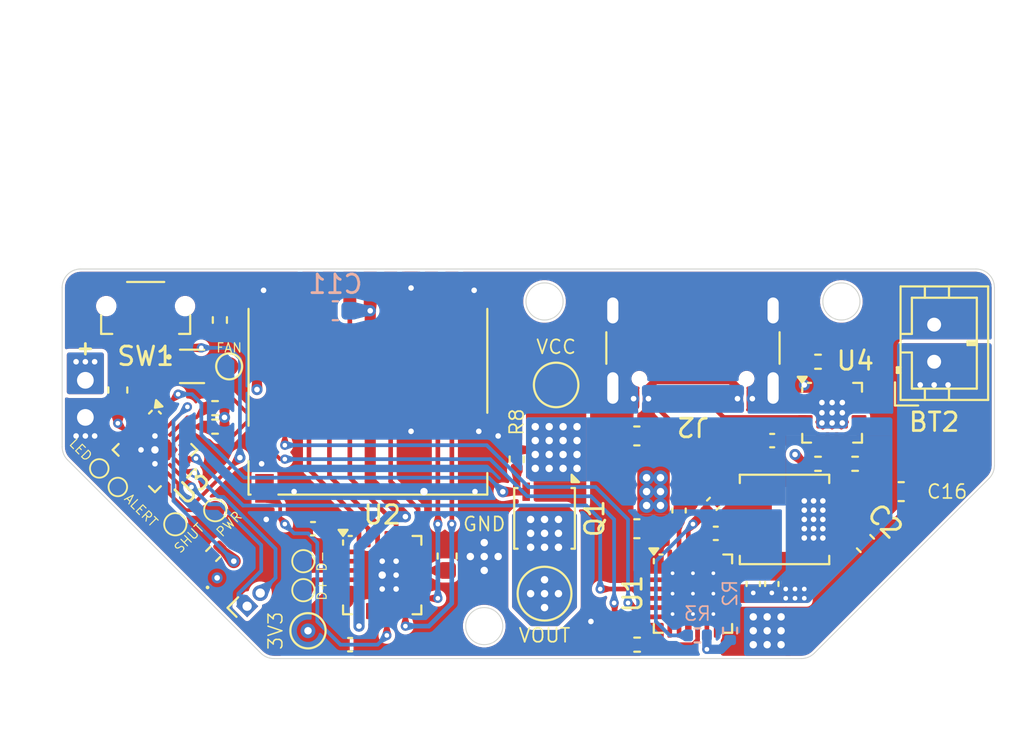
<source format=kicad_pcb>
(kicad_pcb (version 20241229) (generator "pcbnew") (generator_version "9.0")
  (layers (0 "F.Cu" signal) (4 "In1.Cu" signal) (6 "In2.Cu" signal) (2 "B.Cu" signal) (13 "F.Paste" user) (15 "B.Paste" user) (5 "F.SilkS" user "F.Silkscreen") (7 "B.SilkS" user "B.Silkscreen") (1 "F.Mask" user) (3 "B.Mask" user) (25 "Edge.Cuts" user))
  (net 0 "")
  (net 1 "GND")
  (net 2 "/BATT")
  (net 3 "VBUS")
  (net 4 "Net-(C3-Pad1)")
  (net 5 "Net-(U1-BTST)")
  (net 6 "Net-(U1-REGN)")
  (net 7 "VCC")
  (net 8 "Net-(U1-PMID)")
  (net 9 "Net-(U2-VDD)")
  (net 10 "+3.3V")
  (net 11 "SD_VCC")
  (net 12 "Net-(U2-SDREG)")
  (net 13 "SD_CLK")
  (net 14 "SD_D1")
  (net 15 "SD_D0")
  (net 16 "SD_CMD")
  (net 17 "SD_D2")
  (net 18 "SD_D3")
  (net 19 "Net-(U1-ILIM)")
  (net 20 "Net-(U1-TS)")
  (net 21 "SCL")
  (net 22 "SDA")
  (net 23 "SDA_2")
  (net 24 "SCL_2")
  (net 25 "D+")
  (net 26 "D-")
  (net 27 "/BQ_STAT")
  (net 34 "unconnected-(U3-PA4-Pad5)")
  (net 35 "/ALERT")
  (net 36 "/PA0")
  (net 38 "/Wii_POWER")
  (net 39 "/Wii_SHUTDOWN")
  (net 40 "FAN_PWM")
  (net 43 "/PowerButton")
  (net 44 "/LED")
  (net 45 "Net-(Q1-G)")
  (net 46 "CC2")
  (net 47 "CC1")
  (net 48 "Net-(U4-~{DEBUG})")
  (net 49 "VDD")
  (net 51 "Net-(U4-GATE)")
  (net 56 "Net-(U4-SDA)")
  (net 59 "SD_DECT")
  (net 60 "Net-(Q2-D)")
  (net 65 "Net-(U4-VDD)")
  (footprint "Capacitor_SMD:C_0603_1608Metric" (layer "F.Cu") (at 117 47.525 90)
    (property "Reference" "C13" (hide yes))
    (property "Value" "0.1uF")
  )
  (footprint "Stormbreaker:TestPoint_Pad_D1.0mm_Small" (layer "F.Cu") (at 127 58.3125 45)
    (property "Reference" "TP1" (hide yes))
    (property "Value" "D+")
  )
  (footprint "Capacitor_SMD:C_0402_1005Metric" (layer "F.Cu") (at 151.25 57.98 90)
    (property "Reference" "C5" (hide yes))
    (property "Value" "10uF")
  )
  (footprint "Package_DFN_QFN:Texas_RTW_WQFN-24-1EP_4x4mm_P0.5mm_EP2.7x2.7mm_ThermalVias" (layer "F.Cu") (at 148 58.5)
    (property "Reference" "U1")
    (property "Value" "BQ25895RTW")
  )
  (footprint "Resistor_SMD:R_0402_1005Metric" (layer "F.Cu") (at 122.24 49.5)
    (property "Reference" "R9" (hide yes))
    (property "Value" "10k")
  )
  (footprint "Package_DFN_QFN:VQFN-20-1EP_3x3mm_P0.4mm_EP1.7x1.7mm" (layer "F.Cu") (at 119 50.75 -45)
    (property "Reference" "U3")
    (property "Value" "ATtiny1616-M")
  )
  (footprint "Capacitor_SMD:C_0402_1005Metric" (layer "F.Cu") (at 149.089411 53.660589 -135)
    (property "Reference" "C4" (hide yes))
    (property "Value" "4.7uF")
  )
  (footprint "Stormbreaker:TestPoint_Pad_D1.0mm_Small" (layer "F.Cu") (at 120.097545 54.759607 45)
    (property "Reference" "TP7" (hide yes))
    (property "Value" "SHUT")
  )
  (footprint "Capacitor_SMD:C_0402_1005Metric" (layer "F.Cu") (at 129.52 61.25)
    (property "Reference" "C9" (hide yes))
    (property "Value" "4.7μF" (hide yes))
  )
  (footprint "Stormbreaker:TestPoint_Pad_D1.0mm_Small" (layer "F.Cu") (at 126.999293 56.75 45)
    (property "Reference" "TP2" (hide yes))
    (property "Value" "D-")
  )
  (footprint "Resistor_SMD:R_0402_1005Metric" (layer "F.Cu") (at 122.24 48.5)
    (property "Reference" "R10" (hide yes))
    (property "Value" "10k")
  )
  (footprint "Capacitor_SMD:C_0402_1005Metric" (layer "F.Cu") (at 147.25 54.02 -90)
    (property "Reference" "C7" (hide yes))
    (property "Value" "22uF")
  )
  (footprint "Stormbreaker:TestPoint_Pad_D0.75mm_Small" (layer "F.Cu") (at 117 52.75 45)
    (property "Reference" "TP11" (hide yes))
    (property "Value" "ALERT")
  )
  (footprint "Button_Switch_SMD:SW_Push_1P1T-MP_NO_Horizontal_Alps_SKRTLAE010" (layer "F.Cu") (at 118.5 43 180)
    (property "Reference" "SW1")
    (property "Value" "SW_Push")
  )
  (footprint "Resistor_SMD:R_0402_1005Metric" (layer "F.Cu") (at 144.99 61.25)
    (property "Reference" "R1" (hide yes))
    (property "Value" "260")
  )
  (footprint "Package_DFN_QFN:HVQFN-24-1EP_4x4mm_P0.5mm_EP2.5x2.5mm" (layer "F.Cu") (at 131.25 57.5)
    (property "Reference" "U2")
    (property "Value" "~")
  )
  (footprint "Capacitor_SMD:C_0402_1005Metric" (layer "F.Cu") (at 152.25 57.98 90)
    (property "Reference" "C6" (hide yes))
    (property "Value" "10uF")
  )
  (footprint "Capacitor_SMD:C_0603_1608Metric" (layer "F.Cu") (at 157.298008 55.798008 135)
    (property "Reference" "C2")
    (property "Value" "10uF")
  )
  (footprint "Stormbreaker:UPDI Pads" (layer "F.Cu") (at 123.250707 56.750707 45)
    (property "Reference" "J3" (hide yes))
    (property "Value" "PROG" (hide yes))
  )
  (footprint "Connector_USB:USB_C_Receptacle_GCT_USB4105-xx-A_16P_TopMnt_Horizontal" (layer "F.Cu") (at 148 44.31 180)
    (property "Reference" "J2")
    (property "Value" "USB_C_Receptacle_USB2.0_14P")
  )
  (footprint "Capacitor_SMD:C_0603_1608Metric" (layer "F.Cu") (at 144.975 55 180)
    (property "Reference" "C1" (hide yes))
    (property "Value" "10uF")
  )
  (footprint "Connector_JST:JST_PH_B2B-PH-K_1x02_P2.00mm_Vertical" (layer "F.Cu") (at 161 46 90)
    (property "Reference" "BT2")
    (property "Value" "Battery_Cell")
  )
  (footprint "Stormbreaker:TestPoint_Pad_D1.0mm_Small" (layer "F.Cu") (at 122.25 54 45)
    (property "Reference" "TP6" (hide yes))
    (property "Value" "PWR")
  )
  (footprint "TestPoint:TestPoint_Pad_D1.0mm" (layer "F.Cu") (at 123 46.25 180)
    (property "Reference" "TP4" (hide yes))
    (property "Value" "FAN")
  )
  (footprint "Package_TO_SOT_SMD:SOT-523" (layer "F.Cu") (at 121 46.25)
    (property "Reference" "Q2" (hide yes))
    (property "Value" "NMOS")
  )
  (footprint "Package_SO:Vishay_PowerPAK_1212-8_Single" (layer "F.Cu") (at 140 54.4425 -90)
    (property "Reference" "Q1")
    (property "Value" "PMOS")
  )
  (footprint "Capacitor_SMD:C_0603_1608Metric" (layer "F.Cu") (at 144.975 50 180)
    (property "Reference" "C14" (hide yes))
    (property "Value" "10uF")
  )
  (footprint "Connector_Card:microSD_HC_Hirose_DM3D-SF" (layer "F.Cu") (at 130.48 47.375 180)
    (property "Reference" "J1" (hide yes))
    (property "Value" "Micro_SD_Card_Det2")
  )
  (footprint "Resistor_SMD:R_0402_1005Metric" (layer "F.Cu") (at 156.74 51.5 180)
    (property "Reference" "R12" (hide yes))
    (property "Value" "6.04k")
  )
  (footprint "Resistor_SMD:R_0402_1005Metric" (layer "F.Cu") (at 154.74 46)
    (property "Reference" "R11" (hide yes))
    (property "Value" "10k")
  )
  (footprint "Connector_PinSocket_1.00mm:PinSocket_1x02_P1.00mm_Vertical" (layer "F.Cu") (at 123.96967 59.176777 135)
    (property "Reference" "J5" (hide yes))
    (property "Value" "I2C" (hide yes))
  )
  (footprint "Capacitor_SMD:C_0603_1608Metric" (layer "F.Cu") (at 134.75 56.475 90)
    (property "Reference" "C12" (hide yes))
    (property "Value" "1μF")
  )
  (footprint "Capacitor_SMD:C_0402_1005Metric" (layer "F.Cu") (at 152.27 50.25)
    (property "Reference" "C15" (hide yes))
    (property "Value" "1μF")
  )
  (footprint "Resistor_SMD:R_0402_1005Metric" (layer "F.Cu") (at 122.139376 56.360624 -135)
    (property "Reference" "R7" (hide yes))
    (property "Value" "1k")
  )
  (footprint "Stormbreaker:TestPoint_Pad_D0.75mm_Small" (layer "F.Cu") (at 116 51.75 -135)
    (property "Reference" "TP10" (hide yes))
    (property "Value" "LED")
  )
  (footprint "Connector_PinSocket_1.27mm:PinSocket_1x02_P1.27mm_Vertical" (layer "F.Cu") (at 115.25 48)
    (property "Reference" "BT1" (hide yes))
    (property "Value" "Battery_Cell")
  )
  (footprint "Resistor_SMD:R_0402_1005Metric" (layer "F.Cu") (at 154.74 51.501)
    (property "Reference" "R6" (hide yes))
    (property "Value" "900k")
  )
  (footprint "Capacitor_SMD:C_0603_1608Metric" (layer "F.Cu") (at 159.225 53 180)
    (property "Reference" "C16")
    (property "Value" "10uF")
  )
  (footprint "TestPoint:TestPoint_Pad_D2.5mm" (layer "F.Cu") (at 140 58.5)
    (property "Reference" "TP5" (hide yes))
    (property "Value" "VOUT")
  )
  (footprint "Resistor_SMD:R_0402_1005Metric" (layer "F.Cu") (at 138.5 51.26 90)
    (property "Reference" "R8")
    (property "Value" "100k")
  )
  (footprint "TestPoint:TestPoint_Pad_D1.5mm" (layer "F.Cu") (at 127.25 60.5 -90)
    (property "Reference" "TP3" (hide yes))
    (property "Value" "3V3")
  )
  (footprint "Resistor_SMD:R_0402_1005Metric" (layer "F.Cu") (at 122.5 43.75 -90)
    (property "Reference" "R5" (hide yes))
    (property "Value" "1k")
  )
  (footprint "Capacitor_SMD:C_0402_1005Metric" (layer "F.Cu") (at 127.52 55 180)
    (property "Reference" "C8" (hide yes))
    (property "Value" "1μF")
  )
  (footprint "Package_DFN_QFN:QFN-16-1EP_3x3mm_P0.5mm_EP1.7x1.7mm_ThermalVias" (layer "F.Cu") (at 155.5 48.75)
    (property "Reference" "U4")
    (property "Value" "HUSB238A")
  )
  (footprint "Inductor_SMD:L_Coilcraft_XAL4040-XXX" (layer "F.Cu") (at 152.935 54.5)
    (property "Reference" "L1" (hide yes))
    (property "Value" "3.3uH")
  )
  (footprint "TestPoint:TestPoint_Pad_D2.0mm" (layer "F.Cu") (at 140.625 47.25 180)
    (property "Reference" "TP8" (hide yes))
    (property "Value" "VCC")
  )
  (footprint "Capacitor_SMD:C_0402_1005Metric" (layer "F.Cu") (at 149.23 55.25 180)
    (property "Reference" "C3" (hide yes))
    (property "Value" "47nF")
  )
  (footprint "Capacitor_SMD:C_0603_1608Metric" (layer "B.Cu") (at 128.725 43.25 180)
    (property "Reference" "C11")
    (property "Value" "4.7μF")
  )
  (footprint "Resistor_SMD:R_0402_1005Metric" (layer "B.Cu") (at 150 60.49 -90)
    (property "Reference" "R2")
    (property "Value" "30.1k")
  )
  (footprint "Resistor_SMD:R_0402_1005Metric" (layer "B.Cu") (at 148.24 60.75 180)
    (property "Reference" "R3")
    (property "Value" "5.23k")
  )
  (gr_line (start 125.414214 62) (end 153.835786 62) (stroke (width 0.05)) (layer "Edge.Cuts"))
  (gr_arc (start 125.414214 62) (mid 125.031528 61.923884) (end 124.707107 61.707107) (stroke (width 0.05)) (layer "Edge.Cuts"))
  (gr_circle (center 136.75 60.25) (end 137.75 60.25) (stroke (width 0.05)) (fill no) (layer "Edge.Cuts"))
  (gr_arc (start 163.25 41) (mid 163.957107 41.292893) (end 164.25 42) (stroke (width 0.05)) (layer "Edge.Cuts"))
  (gr_arc (start 154.542893 61.707107) (mid 154.21847 61.92388) (end 153.835786 62) (stroke (width 0.05)) (layer "Edge.Cuts"))
  (gr_line (start 154.542893 61.707107) (end 163.957107 52.292893) (stroke (width 0.05)) (layer "Edge.Cuts"))
  (gr_circle (center 140 42.75) (end 141 42.75) (stroke (width 0.05)) (fill no) (layer "Edge.Cuts"))
  (gr_circle (center 156 42.75) (end 157 42.75) (stroke (width 0.05)) (fill no) (layer "Edge.Cuts"))
  (gr_line (start 163.25 41) (end 115 41) (stroke (width 0.05)) (layer "Edge.Cuts"))
  (gr_line (start 114 42) (end 114 50.585786) (stroke (width 0.05)) (layer "Edge.Cuts"))
  (gr_arc (start 114 42) (mid 114.292893 41.292893) (end 115 41) (stroke (width 0.05)) (layer "Edge.Cuts"))
  (gr_line (start 114.292893 51.292893) (end 124.707107 61.707107) (stroke (width 0.05)) (layer "Edge.Cuts"))
  (gr_line (start 164.25 51.585786) (end 164.25 42) (stroke (width 0.05)) (layer "Edge.Cuts"))
  (gr_arc (start 114.292893 51.292893) (mid 114.076125 50.968469) (end 114 50.585786) (stroke (width 0.05)) (layer "Edge.Cuts"))
  (gr_arc (start 164.25 51.585786) (mid 164.17388 51.968469) (end 163.957107 52.292893) (stroke (width 0.05)) (layer "Edge.Cuts"))
  (gr_text "GND" (at 136.75 54.75 0) (layer "F.SilkS") (effects (font (size 0.75 0.75) (thickness 0.09375))))
  (gr_text "+" (at 115.25 45.25 0) (layer "F.SilkS") (effects (font (size 0.75 0.75) (thickness 0.15) (bold yes))))
  (via (at 136.25 53) (size 0.6) (drill 0.3) (layers "F.Cu" "B.Cu") (net 1))
  (via (at 151.2 47.99) (size 0.6) (drill 0.3) (layers "F.Cu" "B.Cu") (net 1))
  (via (at 114.75 50) (size 0.6) (drill 0.3) (layers "F.Cu" "B.Cu") (net 1))
  (via (at 137.5 50) (size 0.6) (drill 0.3) (layers "F.Cu" "B.Cu") (net 1))
  (via (at 131.25 58.25) (size 0.6) (drill 0.3) (layers "F.Cu" "B.Cu") (net 1))
  (via (at 132.805 49.75) (size 0.6) (drill 0.3) (layers "F.Cu" "B.Cu") (net 1))
  (via (at 131.25 57.5) (size 0.8) (drill 0.4) (layers "F.Cu" "B.Cu") (net 1))
  (via (at 133.5 53) (size 0.8) (drill 0.4) (layers "F.Cu" "B.Cu") (net 1))
  (via (at 136.75 57.25) (size 0.8) (drill 0.4) (layers "F.Cu" "B.Cu") (net 1))
  (via (at 132.805 42.025) (size 0.6) (drill 0.3) (layers "F.Cu" "B.Cu") (net 1))
  (via (at 119 51.5) (size 0.6) (drill 0.3) (layers "F.Cu" "B.Cu") (net 1))
  (via (at 124.855 42.15) (size 0.6) (drill 0.3) (layers "F.Cu" "B.Cu") (net 1))
  (via (at 115.75 50) (size 0.6) (drill 0.3) (layers "F.Cu" "B.Cu") (net 1))
  (via (at 119 50) (size 0.6) (drill 0.3) (layers "F.Cu" "B.Cu") (net 1))
  (via (at 118.25 50.75) (size 0.6) (drill 0.3) (layers "F.Cu" "B.Cu") (net 1))
  (via (at 131.25 56.75) (size 0.6) (drill 0.3) (layers "F.Cu" "B.Cu") (net 1))
  (via (at 144.8 47.99) (size 0.6) (drill 0.3) (layers "F.Cu" "B.Cu") (net 1))
  (via (at 132 58.25) (size 0.6) (drill 0.3) (layers "F.Cu" "B.Cu") (net 1))
  (via (at 136.75 55.75) (size 0.8) (drill 0.4) (layers "F.Cu" "B.Cu") (net 1))
  (via (at 125 54.5) (size 0.6) (drill 0.3) (layers "F.Cu" "B.Cu") (net 1))
  (via (at 119 50.75) (size 0.8) (drill 0.4) (layers "F.Cu" "B.Cu") (net 1))
  (via (at 136.75 56.5) (size 0.8) (drill 0.4) (layers "F.Cu" "B.Cu") (net 1))
  (via (at 124.75 51.5) (size 0.6) (drill 0.3) (layers "F.Cu" "B.Cu") (net 1))
  (via (at 136.205 42.15) (size 0.6) (drill 0.3) (layers "F.Cu" "B.Cu") (net 1))
  (via (at 137.5 56.5) (size 0.8) (drill 0.4) (layers "F.Cu" "B.Cu") (net 1))
  (via (at 136 56.5) (size 0.8) (drill 0.4) (layers "F.Cu" "B.Cu") (net 1))
  (via (at 132 57.5) (size 0.6) (drill 0.3) (layers "F.Cu" "B.Cu") (net 1))
  (via (at 136.455 49.75) (size 0.6) (drill 0.3) (layers "F.Cu" "B.Cu") (net 1))
  (via (at 132 56.75) (size 0.6) (drill 0.3) (layers "F.Cu" "B.Cu") (net 1))
  (via (at 126.5 53) (size 0.6) (drill 0.3) (layers "F.Cu" "B.Cu") (net 1))
  (via (at 142.5 60) (size 0.6) (drill 0.3) (layers "F.Cu" "B.Cu") (net 1))
  (via (at 115.25 50) (size 0.6) (drill 0.3) (layers "F.Cu" "B.Cu") (net 1))
  (via (at 161 47.25) (size 0.6) (drill 0.3) (layers "F.Cu" "B.Cu") (net 2))
  (via (at 151.25 60.5) (size 0.8) (drill 0.4) (layers "F.Cu" "B.Cu") (net 2))
  (via (at 152.75 60.5) (size 0.8) (drill 0.4) (layers "F.Cu" "B.Cu") (net 2))
  (via (at 152 60.5) (size 0.8) (drill 0.4) (layers "F.Cu" "B.Cu") (net 2))
  (via (at 115.75 46) (size 0.6) (drill 0.3) (layers "F.Cu" "B.Cu") (net 2))
  (via (at 160.25 47.25) (size 0.6) (drill 0.3) (layers "F.Cu" "B.Cu") (net 2))
  (via (at 152.75 59.75) (size 0.8) (drill 0.4) (layers "F.Cu" "B.Cu") (net 2))
  (via (at 161.75 47.25) (size 0.6) (drill 0.3) (layers "F.Cu" "B.Cu") (net 2))
  (via (at 152 61.25) (size 0.8) (drill 0.4) (layers "F.Cu" "B.Cu") (net 2))
  (via (at 114.75 46) (size 0.6) (drill 0.3) (layers "F.Cu" "B.Cu") (net 2))
  (via (at 152 59.75) (size 0.8) (drill 0.4) (layers "F.Cu" "B.Cu") (net 2))
  (via (at 151.25 61.25) (size 0.8) (drill 0.4) (layers "F.Cu" "B.Cu") (net 2))
  (via (at 115.25 46) (size 0.6) (drill 0.3) (layers "F.Cu" "B.Cu") (net 2))
  (via (at 152.75 61.25) (size 0.8) (drill 0.4) (layers "F.Cu" "B.Cu") (net 2))
  (via (at 151.25 59.75) (size 0.8) (drill 0.4) (layers "F.Cu" "B.Cu") (net 2))
  (segment (start 145.6 47.99) (end 145.6 47.389756) (width 0.4) (layer "F.Cu") (net 3))
  (segment (start 154 46.23) (end 154 47.25) (width 0.5) (layer "F.Cu") (net 3))
  (segment (start 153.5 51) (end 154.001 51.501) (width 0.4) (layer "F.Cu") (net 3))
  (segment (start 154.23 46) (end 154 46.23) (width 0.5) (layer "F.Cu") (net 3))
  (segment (start 154.001 51.501) (end 154.23 51.501) (width 0.4) (layer "F.Cu") (net 3))
  (segment (start 150.4 47.389756) (end 150.4 47.99) (width 0.4) (layer "F.Cu") (net 3))
  (segment (start 145.975756 47.014) (end 150.024244 47.014) (width 0.4) (layer "F.Cu") (net 3))
  (segment (start 145.6 47.389756) (end 145.975756 47.014) (width 0.4) (layer "F.Cu") (net 3))
  (segment (start 150.024244 47.014) (end 150.4 47.389756) (width 0.4) (layer "F.Cu") (net 3))
  (via (at 150.4 47.99) (size 0.6) (drill 0.3) (layers "F.Cu" "B.Cu") (net 3))
  (via (at 145.6 47.99) (size 0.6) (drill 0.3) (layers "F.Cu" "B.Cu") (net 3))
  (via (at 146.25 52.25) (size 0.8) (drill 0.4) (layers "F.Cu" "B.Cu") (net 3))
  (via (at 145.5 53.75) (size 0.8) (drill 0.4) (layers "F.Cu" "B.Cu") (net 3))
  (via (at 146.25 53) (size 0.8) (drill 0.4) (layers "F.Cu" "B.Cu") (net 3))
  (via (at 145.5 52.25) (size 0.8) (drill 0.4) (layers "F.Cu" "B.Cu") (net 3))
  (via (at 145.5 53) (size 0.8) (drill 0.4) (layers "F.Cu" "B.Cu") (net 3))
  (via (at 146.25 53.75) (size 0.8) (drill 0.4) (layers "F.Cu" "B.Cu") (net 3))
  (via (at 154 47.25) (size 0.6) (drill 0.3) (layers "F.Cu" "B.Cu") (net 3))
  (via (at 153.5 51) (size 0.6) (drill 0.3) (layers "F.Cu" "B.Cu") (net 3))
  (segment (start 148.25 55.75) (end 148.25 56.5375) (width 0.25) (layer "F.Cu") (net 5))
  (segment (start 148.75 55.25) (end 148.25 55.75) (width 0.25) (layer "F.Cu") (net 5))
  (segment (start 147.75 55) (end 147.75 56.5375) (width 0.25) (layer "F.Cu") (net 6))
  (segment (start 148 54.75) (end 147.75 55) (width 0.25) (layer "F.Cu") (net 6))
  (segment (start 148 54.75) (end 148.75 54) (width 0.5) (layer "F.Cu") (net 6))
  (via (at 148 54.75) (size 0.5) (drill 0.25) (layers "F.Cu" "B.Cu") (net 6))
  (segment (start 146.75 60.75) (end 147.73 60.75) (width 0.2) (layer "B.Cu") (net 6))
  (segment (start 146 60) (end 146.75 60.75) (width 0.2) (layer "B.Cu") (net 6))
  (segment (start 148 54.75) (end 146 56.75) (width 0.2) (layer "B.Cu") (net 6))
  (segment (start 146 56.75) (end 146 60) (width 0.2) (layer "B.Cu") (net 6))
  (segment (start 122.5 44.26) (end 122.51 44.26) (width 0.2) (layer "F.Cu") (net 7))
  (segment (start 117 48.3) (end 117 49.315686) (width 0.5) (layer "F.Cu") (net 7))
  (segment (start 122.75 48.5) (end 122.75 49.5) (width 0.5) (layer "F.Cu") (net 7))
  (segment (start 122.5 44.26) (end 123.51 44.26) (width 0.5) (layer "F.Cu") (net 7))
  (segment (start 124.5 47.5) (end 124.5 45.25) (width 0.5) (layer "F.Cu") (net 7))
  (segment (start 138.5 50.75) (end 139.25 50.75) (width 0.4) (layer "F.Cu") (net 7))
  (segment (start 139.25 50.75) (end 139.5 51) (width 0.4) (layer "F.Cu") (net 7))
  (segment (start 123.51 44.26) (end 124.5 45.25) (width 0.5) (layer "F.Cu") (net 7))
  (segment (start 117 49.315686) (end 117.691852 50.007538) (width 0.2) (layer "F.Cu") (net 7))
  (via (at 155 54.5) (size 0.6) (drill 0.3) (layers "F.Cu" "B.Cu") (net 7))
  (via (at 141.75 50.25) (size 0.8) (drill 0.4) (layers "F.Cu" "B.Cu") (net 7))
  (via (at 154.5 53.5) (size 0.6) (drill 0.3) (layers "F.Cu" "B.Cu") (net 7))
  (via (at 153 58.25) (size 0.5) (drill 0.25) (layers "F.Cu" "B.Cu") (net 7))
  (via (at 139.5 50.25) (size 0.8) (drill 0.4) (layers "F.Cu" "B.Cu") (net 7))
  (via (at 155 55.5) (size 0.6) (drill 0.3) (layers "F.Cu" "B.Cu") (net 7))
  (via (at 141 50.25) (size 0.8) (drill 0.4) (layers "F.Cu" "B.Cu") (net 7))
  (via (at 139.5 51) (size 0.8) (drill 0.4) (layers "F.Cu" "B.Cu") (net 7))
  (via (at 154 54.5) (size 0.6) (drill 0.3) (layers "F.Cu" "B.Cu") (net 7))
  (via (at 153.5 58.75) (size 0.5) (drill 0.25) (layers "F.Cu" "B.Cu") (net 7))
  (via (at 155 54) (size 0.6) (drill 0.3) (layers "F.Cu" "B.Cu") (net 7))
  (via (at 154 58.75) (size 0.5) (drill 0.25) (layers "F.Cu" "B.Cu") (net 7))
  (via (at 141.75 51.75) (size 0.8) (drill 0.4) (layers "F.Cu" "B.Cu") (net 7))
  (via (at 124.5 47.5) (size 0.6) (drill 0.3) (layers "F.Cu" "B.Cu") (net 7))
  (via (at 153.5 58.25) (size 0.5) (drill 0.25) (layers "F.Cu" "B.Cu") (net 7))
  (via (at 140.25 50.25) (size 0.8) (drill 0.4) (layers "F.Cu" "B.Cu") (net 7))
  (via (at 153 58.75) (size 0.5) (drill 0.25) (layers "F.Cu" "B.Cu") (net 7))
  (via (at 140.25 51.75) (size 0.8) (drill 0.4) (layers "F.Cu" "B.Cu") (net 7))
  (via (at 154.5 55) (size 0.6) (drill 0.3) (layers "F.Cu" "B.Cu") (net 7))
  (via (at 141 51.75) (size 0.8) (drill 0.4) (layers "F.Cu" "B.Cu") (net 7))
  (via (at 117 49.315686) (size 0.5) (drill 0.25) (layers "F.Cu" "B.Cu") (net 7))
  (via (at 141 51) (size 0.8) (drill 0.4) (layers "F.Cu" "B.Cu") (net 7))
  (via (at 154 58.25) (size 0.5) (drill 0.25) (layers "F.Cu" "B.Cu") (net 7))
  (via (at 154.5 55.5) (size 0.6) (drill 0.3) (layers "F.Cu" "B.Cu") (net 7))
  (via (at 155 55) (size 0.6) (drill 0.3) (layers "F.Cu" "B.Cu") (net 7))
  (via (at 122.75 49) (size 0.6) (drill 0.3) (layers "F.Cu" "B.Cu") (net 7))
  (via (at 141.75 51) (size 0.8) (drill 0.4) (layers "F.Cu" "B.Cu") (net 7))
  (via (at 154 54) (size 0.6) (drill 0.3) (layers "F.Cu" "B.Cu") (net 7))
  (via (at 152.25 58.46) (size 0.5) (drill 0.25) (layers "F.Cu" "B.Cu") (net 7))
  (via (at 140.25 51) (size 0.8) (drill 0.4) (layers "F.Cu" "B.Cu") (net 7))
  (via (at 139.5 49.5) (size 0.8) (drill 0.4) (layers "F.Cu" "B.Cu") (net 7))
  (via (at 154.5 54) (size 0.6) (drill 0.3) (layers "F.Cu" "B.Cu") (net 7))
  (via (at 151.25 58.46) (size 0.5) (drill 0.25) (layers "F.Cu" "B.Cu") (net 7))
  (via (at 154 53.5) (size 0.6) (drill 0.3) (layers "F.Cu" "B.Cu") (net 7))
  (via (at 154.5 54.5) (size 0.6) (drill 0.3) (layers "F.Cu" "B.Cu") (net 7))
  (via (at 140.25 49.5) (size 0.8) (drill 0.4) (layers "F.Cu" "B.Cu") (net 7))
  (via (at 141.75 49.5) (size 0.8) (drill 0.4) (layers "F.Cu" "B.Cu") (net 7))
  (via (at 139.5 51.75) (size 0.8) (drill 0.4) (layers "F.Cu" "B.Cu") (net 7))
  (via (at 141 49.5) (size 0.8) (drill 0.4) (layers "F.Cu" "B.Cu") (net 7))
  (via (at 155 53.5) (size 0.6) (drill 0.3) (layers "F.Cu" "B.Cu") (net 7))
  (via (at 154 55.5) (size 0.6) (drill 0.3) (layers "F.Cu" "B.Cu") (net 7))
  (via (at 154 55) (size 0.6) (drill 0.3) (layers "F.Cu" "B.Cu") (net 7))
  (via (at 122.352681 57.648733) (size 0.6) (drill 0.3) (layers "F.Cu" "B.Cu") (net 7))
  (segment (start 147.25 54.5) (end 147.25 56.5375) (width 0.25) (layer "F.Cu") (net 8))
  (segment (start 128.55 55) (end 128 55) (width 0.2) (layer "F.Cu") (net 9))
  (segment (start 129.3125 56.25) (end 129.3125 55.7625) (width 0.2) (layer "F.Cu") (net 9))
  (segment (start 129.3125 55.7625) (end 128.55 55) (width 0.2) (layer "F.Cu") (net 9))
  (via (at 127.25 60.5) (size 0.8) (drill 0.4) (layers "F.Cu" "B.Cu") (net 10))
  (segment (start 130.605 43.25) (end 130.605 52.455) (width 0.6) (layer "F.Cu") (net 11))
  (segment (start 130.605 52.455) (end 132.5 54.35) (width 0.6) (layer "F.Cu") (net 11))
  (segment (start 130.605 42.025) (end 130.605 43.25) (width 0.6) (layer "F.Cu") (net 11))
  (segment (start 130 59.4375) (end 130 60.25) (width 0.25) (layer "F.Cu") (net 11))
  (via (at 130.605 43.25) (size 0.6) (drill 0.3) (layers "F.Cu" "B.Cu") (net 11))
  (via (at 130 60.25) (size 0.6) (drill 0.3) (layers "F.Cu" "B.Cu") (net 11))
  (via (at 132.5 54.35) (size 0.6) (drill 0.3) (layers "F.Cu" "B.Cu") (net 11))
  (segment (start 130 60.25) (end 130 56) (width 0.6) (layer "B.Cu") (net 11))
  (segment (start 130 56) (end 131.65 54.35) (width 0.6) (layer "B.Cu") (net 11))
  (segment (start 131.65 54.35) (end 132.5 54.35) (width 0.6) (layer "B.Cu") (net 11))
  (segment (start 129.5 43.25) (end 130.605 43.25) (width 0.6) (layer "B.Cu") (net 11))
  (segment (start 133.1875 57.25) (end 134.75 57.25) (width 0.25) (layer "F.Cu") (net 12))
  (segment (start 131.705 52.455) (end 133.1875 53.9375) (width 0.25) (layer "F.Cu") (net 13))
  (segment (start 131.705 42.025) (end 131.705 52.455) (width 0.25) (layer "F.Cu") (net 13))
  (segment (start 133.1875 53.9375) (end 133.1875 56.25) (width 0.25) (layer "F.Cu") (net 13))
  (segment (start 132.5 59.4375) (end 132.5 60.25) (width 0.25) (layer "F.Cu") (net 14))
  (segment (start 135 54.5) (end 135 54.75) (width 0.2) (layer "F.Cu") (net 14))
  (segment (start 135.005 42.025) (end 135.005 54.495) (width 0.25) (layer "F.Cu") (net 14))
  (segment (start 135.005 54.495) (end 135 54.5) (width 0.2) (layer "F.Cu") (net 14))
  (via (at 132.5 60.25) (size 0.5) (drill 0.25) (layers "F.Cu" "B.Cu") (net 14))
  (via (at 135 54.75) (size 0.5) (drill 0.25) (layers "F.Cu" "B.Cu") (net 14))
  (segment (start 133.764616 60.25) (end 132.5 60.25) (width 0.25) (layer "B.Cu") (net 14))
  (segment (start 135 59.014616) (end 133.764616 60.25) (width 0.25) (layer "B.Cu") (net 14))
  (segment (start 135 54.75) (end 135 59.014616) (width 0.25) (layer "B.Cu") (net 14))
  (segment (start 134.25 49.845) (end 133.905 49.5) (width 0.25) (layer "F.Cu") (net 15))
  (segment (start 133.1875 58.75) (end 134.25 58.75) (width 0.25) (layer "F.Cu") (net 15))
  (segment (start 133.905 49.5) (end 133.905 42.025) (width 0.25) (layer "F.Cu") (net 15))
  (segment (start 134.25 54.75) (end 134.25 49.845) (width 0.25) (layer "F.Cu") (net 15))
  (via (at 134.25 58.75) (size 0.5) (drill 0.25) (layers "F.Cu" "B.Cu") (net 15))
  (via (at 134.25 54.75) (size 0.5) (drill 0.25) (layers "F.Cu" "B.Cu") (net 15))
  (segment (start 134.25 54.75) (end 134.25 58.75) (width 0.25) (layer "B.Cu") (net 15))
  (segment (start 129.505 42.025) (end 129.505 52.255) (width 0.25) (layer "F.Cu") (net 16))
  (segment (start 129.505 52.255) (end 132 54.75) (width 0.25) (layer "F.Cu") (net 16))
  (segment (start 132 54.75) (end 132 55.5625) (width 0.25) (layer "F.Cu") (net 16))
  (segment (start 127.305 42.025) (end 127.305 51.805) (width 0.25) (layer "F.Cu") (net 17))
  (segment (start 130.5 55) (end 127.305 51.805) (width 0.25) (layer "F.Cu") (net 17))
  (segment (start 130.5 55.5625) (end 130.5 55) (width 0.25) (layer "F.Cu") (net 17))
  (segment (start 128.405 42.025) (end 128.405 52.155) (width 0.25) (layer "F.Cu") (net 18))
  (segment (start 131 55.5625) (end 131 54.75) (width 0.25) (layer "F.Cu") (net 18))
  (segment (start 131 54.75) (end 128.405 52.155) (width 0.25) (layer "F.Cu") (net 18))
  (segment (start 148.25 61) (end 148 61.25) (width 0.25) (layer "F.Cu") (net 19))
  (segment (start 148 61.25) (end 145.5 61.25) (width 0.25) (layer "F.Cu") (net 19))
  (segment (start 148.25 60.4625) (end 148.25 61) (width 0.25) (layer "F.Cu") (net 19))
  (segment (start 148.75 61.5) (end 148.75 60.4625) (width 0.25) (layer "F.Cu") (net 20))
  (via (at 148.75 61.5) (size 0.5) (drill 0.25) (layers "F.Cu" "B.Cu") (net 20))
  (segment (start 148.75 60.75) (end 148.75 61.5) (width 0.5) (layer "B.Cu") (net 20))
  (segment (start 149.5 61.5) (end 150 61) (width 0.5) (layer "B.Cu") (net 20))
  (segment (start 148.75 61.5) (end 149.5 61.5) (width 0.5) (layer "B.Cu") (net 20))
  (segment (start 121.12594 52) (end 121.076585 52) (width 0.2) (layer "F.Cu") (net 21))
  (segment (start 121.076585 52) (end 121.062676 51.986091) (width 0.2) (layer "F.Cu") (net 21))
  (segment (start 121.062676 51.986091) (end 120.801777 51.986091) (width 0.2) (layer "F.Cu") (net 21))
  (segment (start 120.801777 51.986091) (end 120.308148 51.492462) (width 0.2) (layer "F.Cu") (net 21))
  (via (at 121.12594 52) (size 0.5) (drill 0.25) (layers "F.Cu" "B.Cu") (net 21))
  (segment (start 122.696118 53.283551) (end 125.5 56.087433) (width 0.2) (layer "B.Cu") (net 21))
  (segment (start 122.409491 53.283551) (end 122.696118 53.283551) (width 0.2) (layer "B.Cu") (net 21))
  (segment (start 121.12594 52) (end 122.409491 53.283551) (width 0.2) (layer "B.Cu") (net 21))
  (segment (start 125.5 57.646447) (end 124.676777 58.46967) (width 0.2) (layer "B.Cu") (net 21))
  (segment (start 125.5 56.087433) (end 125.5 57.646447) (width 0.2) (layer "B.Cu") (net 21))
  (segment (start 120.972182 52.722182) (end 120.025305 51.775305) (width 0.2) (layer "F.Cu") (net 22))
  (segment (start 120.972182 52.75) (end 120.972182 52.722182) (width 0.2) (layer "F.Cu") (net 22))
  (via (at 120.972182 52.75) (size 0.5) (drill 0.25) (layers "F.Cu" "B.Cu") (net 22))
  (segment (start 124.728047 55.88258) (end 124.728047 57.271953) (width 0.2) (layer "B.Cu") (net 22))
  (segment (start 122.530018 53.684551) (end 124.728047 55.88258) (width 0.2) (layer "B.Cu") (net 22))
  (segment (start 124.728047 57.271953) (end 123.5 58.5) (width 0.2) (layer "B.Cu") (net 22))
  (segment (start 123.5 58.5) (end 123.5 58.707107) (width 0.2) (layer "B.Cu") (net 22))
  (segment (start 121.906733 53.684551) (end 122.530018 53.684551) (width 0.2) (layer "B.Cu") (net 22))
  (segment (start 120.972182 52.75) (end 121.906733 53.684551) (width 0.2) (layer "B.Cu") (net 22))
  (segment (start 123.5 58.707107) (end 123.96967 59.176777) (width 0.2) (layer "B.Cu") (net 22))
  (segment (start 123.96034 49.25) (end 123.08934 50.121) (width 0.2) (layer "F.Cu") (net 23))
  (segment (start 126 51.251) (end 125.751 51.251) (width 0.2) (layer "F.Cu") (net 23))
  (segment (start 143.75 59.375) (end 144.125 59.75) (width 0.25) (layer "F.Cu") (net 23))
  (segment (start 125.399 49.649) (end 125 49.25) (width 0.2) (layer "F.Cu") (net 23))
  (segment (start 144.125 59.75) (end 146.0375 59.75) (width 0.25) (layer "F.Cu") (net 23))
  (segment (start 125 49.25) (end 123.96034 49.25) (width 0.2) (layer "F.Cu") (net 23))
  (segment (start 120.815686 49.5) (end 121.73 49.5) (width 0.2) (layer "F.Cu") (net 23))
  (segment (start 143.75 59) (end 143.75 59.375) (width 0.25) (layer "F.Cu") (net 23))
  (segment (start 120.815686 49.5) (end 120.308148 50.007538) (width 0.2) (layer "F.Cu") (net 23))
  (segment (start 125.399 50.899) (end 125.399 49.649) (width 0.2) (layer "F.Cu") (net 23))
  (segment (start 125.751 51.251) (end 125.399 50.899) (width 0.2) (layer "F.Cu") (net 23))
  (segment (start 123.08934 50.121) (end 122.351 50.121) (width 0.2) (layer "F.Cu") (net 23))
  (segment (start 122.351 50.121) (end 121.73 49.5) (width 0.2) (layer "F.Cu") (net 23))
  (via (at 143.75 59) (size 0.5) (drill 0.25) (layers "F.Cu" "B.Cu") (net 23))
  (via (at 126 51.251) (size 0.5) (drill 0.25) (layers "F.Cu" "B.Cu") (net 23))
  (segment (start 137.0681 51.251) (end 139.0671 53.25) (width 0.2) (layer "B.Cu") (net 23))
  (segment (start 142.5 53.25) (end 143.75 54.5) (width 0.2) (layer "B.Cu") (net 23))
  (segment (start 126 51.251) (end 137.0681 51.251) (width 0.2) (layer "B.Cu") (net 23))
  (segment (start 143.75 54.5) (end 143.75 59) (width 0.2) (layer "B.Cu") (net 23))
  (segment (start 139.0671 53.25) (end 142.5 53.25) (width 0.2) (layer "B.Cu") (net 23))
  (segment (start 123.96034 48.75) (end 123.08934 47.879) (width 0.2) (layer "F.Cu") (net 24))
  (segment (start 123.08934 47.879) (end 122.351 47.879) (width 0.2) (layer "F.Cu") (net 24))
  (segment (start 120.75 49) (end 121.23 49) (width 0.2) (layer "F.Cu") (net 24))
  (segment (start 126 49.5) (end 125.25 48.75) (width 0.2) (layer "F.Cu") (net 24))
  (segment (start 126 50.5) (end 126 49.5) (width 0.2) (layer "F.Cu") (net 24))
  (segment (start 122.351 47.879) (end 121.73 48.5) (width 0.2) (layer "F.Cu") (net 24))
  (segment (start 125.25 48.75) (end 123.96034 48.75) (width 0.2) (layer "F.Cu") (net 24))
  (segment (start 120.75 49) (end 120.025305 49.724695) (width 0.2) (layer "F.Cu") (net 24))
  (segment (start 121.23 49) (end 121.73 48.5) (width 0.2) (layer "F.Cu") (net 24))
  (segment (start 144.5 59) (end 144.75 59.25) (width 0.25) (layer "F.Cu") (net 24))
  (segment (start 144.75 59.25) (end 146.0375 59.25) (width 0.25) (layer "F.Cu") (net 24))
  (via (at 144.5 59) (size 0.5) (drill 0.25) (layers "F.Cu" "B.Cu") (net 24))
  (via (at 126 50.5) (size 0.5) (drill 0.25) (layers "F.Cu" "B.Cu") (net 24))
  (segment (start 136.8842 50.5) (end 126 50.5) (width 0.2) (layer "B.Cu") (net 24))
  (segment (start 144.5 54.5) (end 142.75 52.75) (width 0.2) (layer "B.Cu") (net 24))
  (segment (start 139.1342 52.75) (end 136.8842 50.5) (width 0.2) (layer "B.Cu") (net 24))
  (segment (start 142.75 52.75) (end 139.1342 52.75) (width 0.2) (layer "B.Cu") (net 24))
  (segment (start 144.5 59) (end 144.5 54.5) (width 0.2) (layer "B.Cu") (net 24))
  (segment (start 127.5625 57.75) (end 127 58.3125) (width 0.25) (layer "F.Cu") (net 25))
  (segment (start 129.3125 57.75) (end 127.5625 57.75) (width 0.25) (layer "F.Cu") (net 25))
  (segment (start 129.3125 57.25) (end 127.499293 57.25) (width 0.25) (layer "F.Cu") (net 26))
  (segment (start 127.499293 57.25) (end 126.999293 56.75) (width 0.25) (layer "F.Cu") (net 26))
  (segment (start 143 58.25) (end 144.75 58.25) (width 0.25) (layer "F.Cu") (net 27))
  (segment (start 145.25 58.75) (end 146.0375 58.75) (width 0.25) (layer "F.Cu") (net 27))
  (segment (start 144.75 58.25) (end 145.25 58.75) (width 0.25) (layer "F.Cu") (net 27))
  (segment (start 121.209619 51.209619) (end 120.59099 51.209619) (width 0.2) (layer "F.Cu") (net 27))
  (via (at 143 58.25) (size 0.5) (drill 0.25) (layers "F.Cu" "B.Cu") (net 27))
  (via (at 121.209619 51.209619) (size 0.5) (drill 0.25) (layers "F.Cu" "B.Cu") (net 27))
  (segment (start 143 54.5) (end 142.25 53.75) (width 0.2) (layer "B.Cu") (net 27))
  (segment (start 123.75 53.75) (end 121.209619 51.209619) (width 0.2) (layer "B.Cu") (net 27))
  (segment (start 143 58.25) (end 143 54.5) (width 0.2) (layer "B.Cu") (net 27))
  (segment (start 142.25 53.75) (end 123.75 53.75) (width 0.2) (layer "B.Cu") (net 27))
  (segment (start 117.40901 50.34099) (end 117.40901 50.290381) (width 0.2) (layer "F.Cu") (net 34))
  (segment (start 117.974695 51.775305) (end 117 52.75) (width 0.2) (layer "F.Cu") (net 35))
  (segment (start 120.75 48.4329) (end 119.860619 49.322281) (width 0.2) (layer "F.Cu") (net 36))
  (segment (start 122.5 56) (end 123.25 56.75) (width 0.5) (layer "F.Cu") (net 36))
  (via (at 120.75 48.4329) (size 0.5) (drill 0.25) (layers "F.Cu" "B.Cu") (net 36))
  (via (at 123.25 56.75) (size 0.6) (drill 0.3) (layers "F.Cu" "B.Cu") (net 36))
  (segment (start 120.75 48.4329) (end 120 49.1829) (width 0.2) (layer "B.Cu") (net 36))
  (segment (start 120 53.5) (end 123.25 56.75) (width 0.2) (layer "B.Cu") (net 36))
  (segment (start 120 49.1829) (end 120 53.5) (width 0.2) (layer "B.Cu") (net 36))
  (segment (start 119.75 52.631371) (end 119.459619 52.34099) (width 0.2) (layer "F.Cu") (net 38))
  (segment (start 119.75 53.087311) (end 119.75 52.631371) (width 0.2) (layer "F.Cu") (net 38))
  (segment (start 122.25 54) (end 120.662689 54) (width 0.2) (layer "F.Cu") (net 38))
  (segment (start 120.662689 54) (end 119.75 53.087311) (width 0.2) (layer "F.Cu") (net 38))
  (segment (start 118.540381 52.34099) (end 119.25 53.050609) (width 0.2) (layer "F.Cu") (net 39))
  (segment (start 119.25 53.050609) (end 119.25 53.912062) (width 0.2) (layer "F.Cu") (net 39))
  (segment (start 119.25 53.912062) (end 120.097545 54.759607) (width 0.2) (layer "F.Cu") (net 39))
  (segment (start 121.5 45.25) (end 120.75 45.25) (width 0.4) (layer "F.Cu") (net 40))
  (segment (start 120.75 45.25) (end 120.355 45.645) (width 0.4) (layer "F.Cu") (net 40))
  (segment (start 123.580515 51.169485) (end 121.25 53.5) (width 0.2) (layer "F.Cu") (net 40))
  (segment (start 120.75 53.5) (end 120.25 53) (width 0.2) (layer "F.Cu") (net 40))
  (segment (start 121.25 53.5) (end 120.75 53.5) (width 0.2) (layer "F.Cu") (net 40))
  (segment (start 120.25 53) (end 120.25 52.565686) (width 0.2) (layer "F.Cu") (net 40))
  (segment (start 120.25 52.565686) (end 119.742462 52.058148) (width 0.2) (layer "F.Cu") (net 40))
  (segment (start 120.355 45.645) (end 120.355 45.75) (width 0.4) (layer "F.Cu") (net 40))
  (via (at 121.5 45.25) (size 0.5) (drill 0.25) (layers "F.Cu" "B.Cu") (net 40))
  (via (at 123.580515 51.169485) (size 0.6) (drill 0.3) (layers "F.Cu" "B.Cu") (net 40))
  (segment (start 123 45.25) (end 123.580515 45.830515) (width 0.2) (layer "B.Cu") (net 40))
  (segment (start 121.5 45.25) (end 123 45.25) (width 0.2) (layer "B.Cu") (net 40))
  (segment (start 123.580515 45.830515) (end 123.580515 51.169485) (width 0.2) (layer "B.Cu") (net 40))
  (segment (start 118.540381 49.15901) (end 118.540381 46.040381) (width 0.2) (layer "F.Cu") (net 43))
  (segment (start 121.84 43.9) (end 122.5 43.24) (width 0.2) (layer "F.Cu") (net 43))
  (segment (start 117.275 44.775) (end 117.601 45.101) (width 0.2) (layer "F.Cu") (net 43))
  (segment (start 119.424 45.101) (end 119.725 44.8) (width 0.2) (layer "F.Cu") (net 43))
  (segment (start 119.725 44.8) (end 119.725 43.9) (width 0.2) (layer "F.Cu") (net 43))
  (segment (start 118.540381 46.040381) (end 117.601 45.101) (width 0.2) (layer "F.Cu") (net 43))
  (segment (start 117.275 43.9) (end 117.275 44.775) (width 0.2) (layer "F.Cu") (net 43))
  (segment (start 119.725 43.9) (end 121.84 43.9) (width 0.2) (layer "F.Cu") (net 43))
  (segment (start 117.601 45.101) (end 119.424 45.101) (width 0.2) (layer "F.Cu") (net 43))
  (segment (start 116 51.75) (end 116.868629 51.75) (width 0.2) (layer "F.Cu") (net 44))
  (segment (start 116.868629 51.75) (end 117.40901 51.209619) (width 0.2) (layer "F.Cu") (net 44))
  (segment (start 120.25 47.75) (end 119.459619 48.540381) (width 0.2) (layer "F.Cu") (net 45))
  (segment (start 138.5 51.77) (end 138.5 53.0075) (width 0.4) (layer "F.Cu") (net 45))
  (segment (start 139.01 53.0075) (end 138.5 53.0075) (width 0.4) (layer "F.Cu") (net 45))
  (segment (start 119.459619 48.540381) (end 119.459619 49.15901) (width 0.2) (layer "F.Cu") (net 45))
  (segment (start 138.5 53.0075) (end 137.75 53.0075) (width 0.4) (layer "F.Cu") (net 45))
  (via (at 137.75 53.0075) (size 0.6) (drill 0.3) (layers "F.Cu" "B.Cu") (net 45))
  (via (at 120.25 47.75) (size 0.5) (drill 0.25) (layers "F.Cu" "B.Cu") (net 45))
  (segment (start 121.5 48.25) (end 121.5 49.9375) (width 0.2) (layer "B.Cu") (net 45))
  (segment (start 120.25 47.75) (end 121 47.75) (width 0.2) (layer "B.Cu") (net 45))
  (segment (start 121 47.75) (end 121.5 48.25) (width 0.2) (layer "B.Cu") (net 45))
  (segment (start 123.8125 52.25) (end 136.9925 52.25) (width 0.2) (layer "B.Cu") (net 45))
  (segment (start 121.5 49.9375) (end 123.8125 52.25) (width 0.2) (layer "B.Cu") (net 45))
  (segment (start 136.9925 52.25) (end 137.75 53.0075) (width 0.2) (layer "B.Cu") (net 45))
  (segment (start 154.05 49.5) (end 147.095032 49.5) (width 0.25) (layer "F.Cu") (net 46))
  (segment (start 147.095032 49.5) (end 146.25 48.654968) (width 0.25) (layer "F.Cu") (net 46))
  (segment (start 146.25 48.654968) (end 146.25 47.99) (width 0.25) (layer "F.Cu") (net 46))
  (segment (start 149.651176 49) (end 149.25 48.598824) (width 0.25) (layer "F.Cu") (net 47))
  (segment (start 154.05 49) (end 149.651176 49) (width 0.25) (layer "F.Cu") (net 47))
  (segment (start 149.25 48.598824) (end 149.25 47.99) (width 0.25) (layer "F.Cu") (net 47))
  (segment (start 155.25 50.2) (end 155.25 51.501) (width 0.25) (layer "F.Cu") (net 48))
  (via (at 139.25 56) (size 0.8) (drill 0.4) (layers "F.Cu" "B.Cu") (net 49))
  (via (at 140.75 54.5) (size 0.8) (drill 0.4) (layers "F.Cu" "B.Cu") (net 49))
  (via (at 140 58.5) (size 0.8) (drill 0.4) (layers "F.Cu" "B.Cu") (net 49))
  (via (at 139.25 54.5) (size 0.8) (drill 0.4) (layers "F.Cu" "B.Cu") (net 49))
  (via (at 140 54.5) (size 0.8) (drill 0.4) (layers "F.Cu" "B.Cu") (net 49))
  (via (at 140 57.75) (size 0.8) (drill 0.4) (layers "F.Cu" "B.Cu") (net 49))
  (via (at 139.25 58.5) (size 0.8) (drill 0.4) (layers "F.Cu" "B.Cu") (net 49))
  (via (at 140 59.25) (size 0.8) (drill 0.4) (layers "F.Cu" "B.Cu") (net 49))
  (via (at 139.25 55.25) (size 0.8) (drill 0.4) (layers "F.Cu" "B.Cu") (net 49))
  (via (at 140.75 55.25) (size 0.8) (drill 0.4) (layers "F.Cu" "B.Cu") (net 49))
  (via (at 140.75 56) (size 0.8) (drill 0.4) (layers "F.Cu" "B.Cu") (net 49))
  (via (at 140.75 58.5) (size 0.8) (drill 0.4) (layers "F.Cu" "B.Cu") (net 49))
  (via (at 140 55.25) (size 0.8) (drill 0.4) (layers "F.Cu" "B.Cu") (net 49))
  (via (at 140 56) (size 0.8) (drill 0.4) (layers "F.Cu" "B.Cu") (net 49))
  (segment (start 155.25 46) (end 155.25 47.3) (width 0.25) (layer "F.Cu") (net 51))
  (segment (start 156.95 51.2) (end 157.25 51.5) (width 0.25) (layer "F.Cu") (net 56))
  (segment (start 156.95 49.5) (end 156.95 51.2) (width 0.25) (layer "F.Cu") (net 56))
  (segment (start 125.75 54.5) (end 125.75 53.67) (width 0.2) (layer "F.Cu") (net 59))
  (segment (start 126 54.75) (end 125.75 54.5) (width 0.2) (layer "F.Cu") (net 59))
  (segment (start 131.5 60.75) (end 131.5 59.4375) (width 0.25) (layer "F.Cu") (net 59))
  (segment (start 125.75 53.67) (end 124.905 52.825) (width 0.2) (layer "F.Cu") (net 59))
  (via (at 131.5 60.75) (size 0.5) (drill 0.25) (layers "F.Cu" "B.Cu") (net 59))
  (via (at 126 54.75) (size 0.5) (drill 0.25) (layers "F.Cu" "B.Cu") (net 59))
  (segment (start 127.25 55.25) (end 127.75 55.75) (width 0.2) (layer "B.Cu") (net 59))
  (segment (start 131 61.25) (end 131.5 60.75) (width 0.2) (layer "B.Cu") (net 59))
  (segment (start 127.75 55.75) (end 127.75 60) (width 0.2) (layer "B.Cu") (net 59))
  (segment (start 126 54.75) (end 126.5 55.25) (width 0.2) (layer "B.Cu") (net 59))
  (segment (start 129 61.25) (end 131 61.25) (width 0.2) (layer "B.Cu") (net 59))
  (segment (start 126.5 55.25) (end 127.25 55.25) (width 0.2) (layer "B.Cu") (net 59))
  (segment (start 127.75 60) (end 129 61.25) (width 0.2) (layer "B.Cu") (net 59))
  (segment (start 121.645 46.25) (end 123 46.25) (width 0.4) (layer "F.Cu") (net 60))
  (segment (start 152.75 50.25) (end 153.5 50.25) (width 0.25) (layer "F.Cu") (net 65))
  (segment (start 153.5 50.25) (end 153.55 50.2) (width 0.25) (layer "F.Cu") (net 65))
  (segment (start 153.55 50.2) (end 154.75 50.2) (width 0.25) (layer "F.Cu") (net 65))
  (zone (net 3) (net_name "VBUS") (layer "F.Cu") (priority 26) (connect_pads yes (clearance 0.1)) (min_thickness 0.25) (fill yes (thermal_gap 0.5) (thermal_bridge_width 0.5))
    (polygon (pts (xy 155 47.75) (xy 155 46.75) (xy 153.5 46.75) (xy 153.5 47.75)))
  )
  (zone (net 2) (net_name "/BATT") (layer "F.Cu") (priority 2) (connect_pads yes (clearance 0.1)) (min_thickness 0.25) (fill yes (thermal_gap 0.5) (thermal_bridge_width 0.5))
    (polygon (pts (xy 149.5 59) (xy 152.8125 59) (xy 153.25 59.4375) (xy 153.25 62) (xy 149.5 62)))
  )
  (zone (net 7) (net_name "VCC") (layer "F.Cu") (priority 3) (connect_pads yes (clearance 0.1)) (min_thickness 0.25) (fill yes (thermal_gap 0.5) (thermal_bridge_width 0.5))
    (polygon (pts (xy 149.5 59) (xy 149.5 58) (xy 150.5 58) (xy 154.25 58) (xy 154.25 59)))
  )
  (zone (net 0) (net_name "") (layer "F.Cu") (connect_pads (clearance 0)) (min_thickness 0.25)
    (keepout (tracks not_allowed) (vias allowed) (pads allowed) (copperpour not_allowed) (footprints allowed))
    (fill (thermal_gap 0.5) (thermal_bridge_width 0.5))
    (polygon (pts (xy 153.5 52.75) (xy 152.25 52.75) (xy 152.25 56.25) (xy 153.5 56.25)))
  )
  (zone (net 1) (net_name "GND") (layer "F.Cu") (priority 5) (connect_pads yes (clearance 0.1)) (min_thickness 0.25) (fill yes (thermal_gap 0.5) (thermal_bridge_width 0.5))
    (polygon (pts (xy 149 57) (xy 150.5 57) (xy 150.5 57.75) (xy 149 57.75)))
  )
  (zone (net 4) (net_name "Net-(C3-Pad1)") (layer "F.Cu") (priority 6) (connect_pads yes (clearance 0.1)) (min_thickness 0.25) (fill yes (thermal_gap 0.5) (thermal_bridge_width 0.5))
    (polygon (pts (xy 148.5 57) (xy 150.25 57) (xy 151 56.25) (xy 152.25 56.25) (xy 152.25 52.75) (xy 150.75 52.75) (xy 149.25 54.25) (xy 149.25 55.25) (xy 148.5 56)))
  )
  (zone (net 7) (net_name "VCC") (layer "F.Cu") (priority 8) (connect_pads yes (clearance 0.1)) (min_thickness 0.25) (fill yes (thermal_gap 0.5) (thermal_bridge_width 0.5))
    (polygon (pts (xy 139 45.75) (xy 142.25 45.75) (xy 142.25 49) (xy 139 49)))
  )
  (zone (net 7) (net_name "VCC") (layer "F.Cu") (priority 7) (connect_pads yes (clearance 0.1)) (min_thickness 0.25) (fill yes (thermal_gap 0.5) (thermal_bridge_width 0.5))
    (polygon (pts (xy 153.5 52.5) (xy 155.5 52.5) (xy 155.5 56.5) (xy 153.5 56.5)))
  )
  (zone (net 3) (net_name "VBUS") (layer "F.Cu") (priority 4) (connect_pads yes (clearance 0.1)) (min_thickness 0.25) (fill yes (thermal_gap 0.5) (thermal_bridge_width 0.5))
    (polygon (pts (xy 145 54.25) (xy 145 57.25) (xy 145.25 57.5) (xy 146.5 57.5) (xy 146.5 57) (xy 146.75 56.75) (xy 146.75 54.25)))
  )
  (zone (net 7) (net_name "VCC") (layer "F.Cu") (priority 20) (connect_pads yes (clearance 0.1)) (min_thickness 0.25) (fill yes (thermal_gap 0.5) (thermal_bridge_width 0.5))
    (polygon (pts (xy 122.375 58.375) (xy 121 57) (xy 121.75 56.25) (xy 123.125 57.625)))
  )
  (zone (net 2) (net_name "/BATT") (layer "F.Cu") (priority 2) (connect_pads yes (clearance 0.1)) (min_thickness 0.25) (fill yes (thermal_gap 0.5) (thermal_bridge_width 0.5))
    (polygon (pts (xy 159.25 45) (xy 164.25 45) (xy 164.25 52) (xy 154.25 62) (xy 153 62) (xy 153 59) (xy 154.25 59) (xy 159.25 54)))
  )
  (zone (net 10) (net_name "+3.3V") (layer "F.Cu") (priority 11) (connect_pads thru_hole_only (clearance 0.1)) (min_thickness 0.25) (fill yes (thermal_gap 0.5) (thermal_bridge_width 0.5))
    (polygon (pts (xy 129.75 58) (xy 128.5 58) (xy 127.25 59.25) (xy 126 59.25) (xy 126 61.75) (xy 129.5 61.75) (xy 129.5 59.25) (xy 129.75 59)))
  )
  (zone (net 3) (net_name "VBUS") (layer "F.Cu") (priority 2) (connect_pads yes (clearance 0.1)) (min_thickness 0.25) (fill yes (thermal_gap 0.5) (thermal_bridge_width 0.5))
    (polygon (pts (xy 145 47.5) (xy 146.75 47.5) (xy 146.75 54.25) (xy 145 54.25)))
  )
  (zone (net 7) (net_name "VCC") (layers "F.Cu" "B.Cu") (priority 14) (connect_pads yes (clearance 0.1)) (min_thickness 0.25) (fill yes (thermal_gap 0.5) (thermal_bridge_width 0.5))
    (polygon (pts (xy 139 49) (xy 142.25 49) (xy 142.25 52.5) (xy 139.25 52.5) (xy 139 52.25)))
  )
  (zone (net 2) (net_name "/BATT") (layers "F.Cu" "B.Cu") (priority 10) (connect_pads yes (clearance 0.1)) (min_thickness 0.25) (fill yes (thermal_gap 0.5) (thermal_bridge_width 0.5))
    (polygon (pts (xy 114.25 45.5) (xy 116.25 45.5) (xy 116.25 47.75) (xy 114.25 47.75)))
  )
  (zone (net 7) (net_name "VCC") (layers "F.Cu" "B.Cu") (priority 15) (connect_pads yes (clearance 0.1)) (min_thickness 0.25) (fill yes (thermal_gap 0.5) (thermal_bridge_width 0.5))
    (polygon (pts (xy 142.25 53.75) (xy 142.25 52.5) (xy 139 52.5) (xy 139 53.75)))
  )
  (zone (net 1) (net_name "GND") (layers "F.Cu" "B.Cu" "In1.Cu") (priority 2) (connect_pads yes (clearance 0.1)) (min_thickness 0.15) (fill yes (thermal_gap 0.5) (thermal_bridge_width 0.5))
    (polygon (pts (xy 113 40) (xy 165 40) (xy 165 66) (xy 113 66)))
  )
  (zone (net 49) (net_name "VDD") (layers "F.Cu" "B.Cu" "In2.Cu") (priority 16) (connect_pads thru_hole_only (clearance 0.1)) (min_thickness 0.25) (fill yes (thermal_gap 0.5) (thermal_bridge_width 0.5))
    (polygon (pts (xy 138.25 54.25) (xy 138.75 53.75) (xy 141.25 53.75) (xy 141.75 54.25) (xy 141.75 59.25) (xy 140.75 60.25) (xy 139.25 60.25) (xy 138.25 59.25)))
  )
  (zone (net 3) (net_name "VBUS") (layer "B.Cu") (priority 22) (connect_pads yes (clearance 0.1)) (min_thickness 0.25) (fill yes (thermal_gap 0.5) (thermal_bridge_width 0.5))
    (polygon (pts (xy 145.25 47.25) (xy 150.75 47.25) (xy 150.75 48.75) (xy 145.25 48.75)))
  )
  (zone (net 7) (net_name "VCC") (layer "B.Cu") (priority 21) (connect_pads yes (clearance 0.1)) (min_thickness 0.25) (fill yes (thermal_gap 0.5) (thermal_bridge_width 0.5))
    (polygon (pts (xy 142.25 49) (xy 158.75 49) (xy 158.75 52.25) (xy 153 52.25) (xy 153 53.75) (xy 142.25 53.75)))
  )
  (zone (net 2) (net_name "/BATT") (layer "B.Cu") (priority 23) (connect_pads yes (clearance 0.1)) (min_thickness 0.25) (fill yes (thermal_gap 0.5) (thermal_bridge_width 0.5))
    (polygon (pts (xy 150.75 59.25) (xy 150.75 62) (xy 154.25 62) (xy 164.25 52) (xy 164.25 45) (xy 159 45) (xy 159 54.5) (xy 154.25 59.25)))
  )
  (zone (net 7) (net_name "VCC") (layer "B.Cu") (priority 50) (connect_pads yes (clearance 0.1)) (min_thickness 0.25) (fill yes (thermal_gap 0.5) (thermal_bridge_width 0.5))
    (polygon (pts (xy 152.75 57.5) (xy 153 57.25) (xy 153 50) (xy 158.75 50) (xy 158.75 54.5) (xy 154.25 59) (xy 152.75 59)))
  )
  (zone (net 7) (net_name "VCC") (layer "B.Cu") (priority 24) (connect_pads yes (clearance 0.1)) (min_thickness 0.25) (fill yes (thermal_gap 0.5) (thermal_bridge_width 0.5))
    (polygon (pts (xy 152.75 57.5) (xy 152.25 58) (xy 150.75 58) (xy 150.75 59) (xy 152.75 59)))
  )
)
</source>
